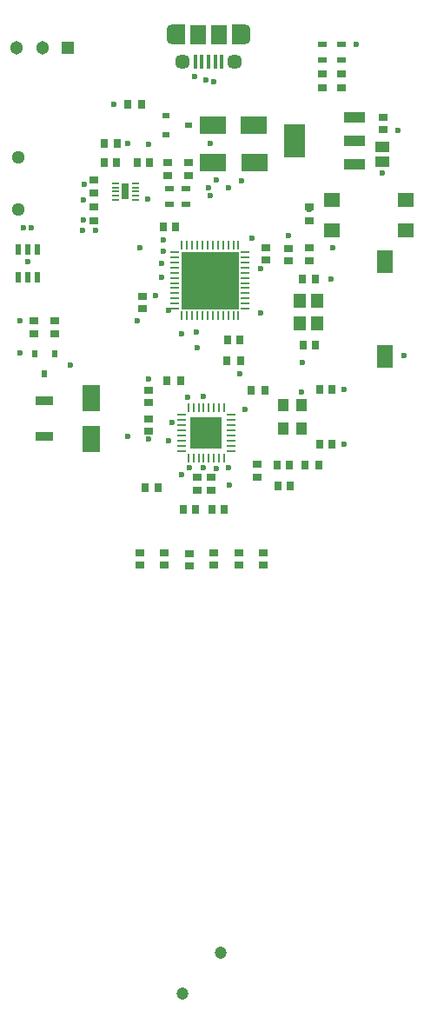
<source format=gts>
G04*
G04 #@! TF.GenerationSoftware,Altium Limited,Altium Designer,23.10.1 (27)*
G04*
G04 Layer_Color=8388736*
%FSLAX25Y25*%
%MOIN*%
G70*
G04*
G04 #@! TF.SameCoordinates,1D9EF59F-A9A3-4DE6-AF9F-94A01C22AB5E*
G04*
G04*
G04 #@! TF.FilePolarity,Negative*
G04*
G01*
G75*
%ADD17C,0.01968*%
%ADD18R,0.03150X0.03740*%
%ADD19R,0.03347X0.00984*%
%ADD20R,0.00984X0.03347*%
%ADD21R,0.22047X0.22047*%
%ADD23R,0.05906X0.07480*%
%ADD24R,0.01575X0.05315*%
%ADD25R,0.12205X0.12205*%
%ADD26R,0.09843X0.06693*%
%ADD27R,0.02200X0.03850*%
%ADD28R,0.03740X0.03150*%
%ADD29R,0.03543X0.02953*%
%ADD30R,0.06693X0.09843*%
%ADD31R,0.02717X0.05906*%
%ADD32R,0.03150X0.00787*%
%ADD33R,0.02953X0.03543*%
%ADD34R,0.03543X0.02362*%
%ADD35R,0.02953X0.02362*%
%ADD36R,0.02200X0.02900*%
%ADD37R,0.07087X0.03543*%
%ADD38R,0.04724X0.05512*%
%ADD39R,0.04134X0.05118*%
%ADD40R,0.03307X0.02520*%
%ADD41R,0.06299X0.08661*%
%ADD42R,0.06299X0.08583*%
%ADD43R,0.06299X0.05512*%
%ADD44R,0.05315X0.04331*%
%ADD45R,0.08465X0.12795*%
%ADD46R,0.08465X0.03937*%
%ADD47C,0.05128*%
%ADD48R,0.05128X0.05128*%
%ADD49C,0.05100*%
%ADD50C,0.05709*%
%ADD51C,0.02362*%
%ADD52C,0.01968*%
%ADD53C,0.04724*%
G36*
X312693Y482016D02*
X310724D01*
X310724Y485559D01*
X312693D01*
Y482016D01*
D02*
G37*
G36*
X317811Y480047D02*
X312693D01*
Y487528D01*
X317811D01*
Y480047D01*
D02*
G37*
G36*
X341039D02*
X335921D01*
Y487528D01*
X341039D01*
Y480047D01*
D02*
G37*
G36*
X343008Y482016D02*
X341039D01*
Y485559D01*
X343008D01*
X343008Y482016D01*
D02*
G37*
D17*
X313677Y482016D02*
G03*
X313677Y482016I-984J0D01*
G01*
Y485559D02*
G03*
X313677Y485559I-984J0D01*
G01*
X342024Y482016D02*
G03*
X342024Y482016I-984J0D01*
G01*
Y485559D02*
G03*
X342024Y485559I-984J0D01*
G01*
D18*
X316059Y351000D02*
D03*
X310941D02*
D03*
X343369Y347337D02*
D03*
X348487D02*
D03*
X301059Y457000D02*
D03*
X295941D02*
D03*
X339059Y358500D02*
D03*
X333941D02*
D03*
X286720Y442075D02*
D03*
X291839D02*
D03*
X369059Y318500D02*
D03*
X363941D02*
D03*
X307500Y310000D02*
D03*
X302382D02*
D03*
D19*
X341000Y378594D02*
D03*
Y380563D02*
D03*
Y382531D02*
D03*
Y384500D02*
D03*
Y386469D02*
D03*
Y388437D02*
D03*
Y390406D02*
D03*
Y392374D02*
D03*
Y394342D02*
D03*
Y396311D02*
D03*
Y398280D02*
D03*
Y400248D02*
D03*
X314032D02*
D03*
Y398280D02*
D03*
Y396311D02*
D03*
Y394342D02*
D03*
Y392374D02*
D03*
Y390406D02*
D03*
Y388437D02*
D03*
Y386469D02*
D03*
Y384500D02*
D03*
Y382531D02*
D03*
Y380563D02*
D03*
Y378594D02*
D03*
X316453Y337890D02*
D03*
Y335921D02*
D03*
Y333953D02*
D03*
Y331984D02*
D03*
Y330016D02*
D03*
Y328047D02*
D03*
Y326079D02*
D03*
Y324110D02*
D03*
X335547D02*
D03*
Y326079D02*
D03*
Y328047D02*
D03*
Y330016D02*
D03*
Y331984D02*
D03*
Y333953D02*
D03*
Y335921D02*
D03*
Y337890D02*
D03*
D20*
X338342Y402906D02*
D03*
X336374D02*
D03*
X334405D02*
D03*
X332437D02*
D03*
X330469D02*
D03*
X328500D02*
D03*
X326532D02*
D03*
X324563D02*
D03*
X322594D02*
D03*
X320626D02*
D03*
X318657D02*
D03*
X316689D02*
D03*
Y375937D02*
D03*
X318657D02*
D03*
X320626D02*
D03*
X322594D02*
D03*
X324563D02*
D03*
X326532D02*
D03*
X328500D02*
D03*
X330469D02*
D03*
X332437D02*
D03*
X334405D02*
D03*
X336374D02*
D03*
X338342D02*
D03*
X319110Y321453D02*
D03*
X321079D02*
D03*
X323047D02*
D03*
X325016D02*
D03*
X326984D02*
D03*
X328953D02*
D03*
X330921D02*
D03*
X332890D02*
D03*
Y340547D02*
D03*
X330921D02*
D03*
X328953D02*
D03*
X326984D02*
D03*
X325016D02*
D03*
X323047D02*
D03*
X321079D02*
D03*
X319110D02*
D03*
D21*
X327516Y389421D02*
D03*
D23*
X322929Y483787D02*
D03*
X330803D02*
D03*
D24*
X321748Y473158D02*
D03*
X324307D02*
D03*
X326866D02*
D03*
X329425D02*
D03*
X331984D02*
D03*
D25*
X326000Y331000D02*
D03*
D26*
X328500Y449000D02*
D03*
X344248D02*
D03*
X328626Y434500D02*
D03*
X344374D02*
D03*
D27*
X261240Y401375D02*
D03*
X257500D02*
D03*
X253760D02*
D03*
Y390625D02*
D03*
X257500D02*
D03*
X261240D02*
D03*
D28*
X365500Y396941D02*
D03*
Y402059D02*
D03*
X283000Y417559D02*
D03*
Y412441D02*
D03*
X268000Y374000D02*
D03*
Y368882D02*
D03*
X260000Y368941D02*
D03*
Y374059D02*
D03*
X283000Y423000D02*
D03*
Y428118D02*
D03*
X319280Y434575D02*
D03*
Y429457D02*
D03*
X311280Y434634D02*
D03*
Y429516D02*
D03*
X365500Y417559D02*
D03*
Y412441D02*
D03*
X370500Y463441D02*
D03*
Y468559D02*
D03*
X378000Y463382D02*
D03*
Y468500D02*
D03*
X345500Y319059D02*
D03*
Y313941D02*
D03*
D29*
X357500Y397000D02*
D03*
Y401724D02*
D03*
X349000Y397138D02*
D03*
Y401862D02*
D03*
X304000Y347362D02*
D03*
Y342638D02*
D03*
X301500Y378638D02*
D03*
Y383362D02*
D03*
X394000Y451862D02*
D03*
Y447138D02*
D03*
X348000Y280138D02*
D03*
Y284862D02*
D03*
X329000D02*
D03*
Y280138D02*
D03*
X338500D02*
D03*
Y284862D02*
D03*
X304000Y331638D02*
D03*
Y336362D02*
D03*
X300500Y284862D02*
D03*
Y280138D02*
D03*
X310000Y284862D02*
D03*
Y280138D02*
D03*
X319500Y284724D02*
D03*
Y280000D02*
D03*
D30*
X282000Y344248D02*
D03*
Y328500D02*
D03*
D31*
X295000Y423500D02*
D03*
D32*
X291280Y426650D02*
D03*
Y425075D02*
D03*
Y423500D02*
D03*
Y421925D02*
D03*
Y420350D02*
D03*
X298721Y426650D02*
D03*
Y425075D02*
D03*
Y423500D02*
D03*
Y421925D02*
D03*
Y420350D02*
D03*
D33*
X286917Y434575D02*
D03*
X291642D02*
D03*
X367862Y364500D02*
D03*
X363138D02*
D03*
X363000Y390000D02*
D03*
X367724D02*
D03*
X304142Y434575D02*
D03*
X299417D02*
D03*
X314362Y410000D02*
D03*
X309638D02*
D03*
X334138Y366500D02*
D03*
X338862D02*
D03*
X369638Y326500D02*
D03*
X374362D02*
D03*
X328138Y301500D02*
D03*
X332862D02*
D03*
X353138Y318500D02*
D03*
X357862D02*
D03*
X358362Y310500D02*
D03*
X353638D02*
D03*
X369638Y347500D02*
D03*
X374362D02*
D03*
X317138Y301500D02*
D03*
X321862D02*
D03*
D34*
X311779Y424528D02*
D03*
Y418622D02*
D03*
X318280Y424480D02*
D03*
Y418575D02*
D03*
X378000Y474047D02*
D03*
Y479953D02*
D03*
X370500Y474094D02*
D03*
Y480000D02*
D03*
D35*
X310669Y452740D02*
D03*
Y445260D02*
D03*
X319331Y449000D02*
D03*
D36*
X267750Y361400D02*
D03*
X260250D02*
D03*
X264000Y353600D02*
D03*
D37*
Y343390D02*
D03*
Y329610D02*
D03*
D38*
X368693Y372839D02*
D03*
Y381500D02*
D03*
X362000D02*
D03*
Y372839D02*
D03*
D39*
X362390Y332500D02*
D03*
Y341555D02*
D03*
X355500D02*
D03*
Y332500D02*
D03*
D40*
X322500Y314098D02*
D03*
Y308902D02*
D03*
X328000Y314098D02*
D03*
Y308902D02*
D03*
D41*
X394500Y396590D02*
D03*
D42*
Y360409D02*
D03*
D43*
X402673Y420405D02*
D03*
X374327D02*
D03*
X402673Y408595D02*
D03*
X374327D02*
D03*
D44*
X393500Y435000D02*
D03*
Y440512D02*
D03*
D45*
X359984Y443000D02*
D03*
D46*
X383016Y452055D02*
D03*
Y443000D02*
D03*
Y433945D02*
D03*
D47*
X253315Y478500D02*
D03*
X263158D02*
D03*
D48*
X273000D02*
D03*
D49*
X254000Y416500D02*
D03*
Y436500D02*
D03*
D50*
X336709Y473158D02*
D03*
X317024D02*
D03*
D51*
X255850Y409500D02*
D03*
X257500Y396500D02*
D03*
X254500Y361500D02*
D03*
Y374000D02*
D03*
X306500Y383500D02*
D03*
X316388Y369032D02*
D03*
X322500Y363500D02*
D03*
X322094Y369500D02*
D03*
X311500Y378000D02*
D03*
X402000Y360500D02*
D03*
X362500Y346500D02*
D03*
X363000Y358000D02*
D03*
X379000Y347500D02*
D03*
X309000Y390500D02*
D03*
Y396000D02*
D03*
X278953Y420441D02*
D03*
X283500Y408500D02*
D03*
X259000Y409500D02*
D03*
X296000Y442000D02*
D03*
X290500Y457000D02*
D03*
X278953Y412470D02*
D03*
X278500Y408500D02*
D03*
X279223Y426213D02*
D03*
X299500Y374000D02*
D03*
X343500Y405760D02*
D03*
X339500Y427500D02*
D03*
X383500Y480000D02*
D03*
X399500Y447000D02*
D03*
X393500Y430500D02*
D03*
X357500Y406500D02*
D03*
X365500Y416500D02*
D03*
X374500Y402000D02*
D03*
X374000Y390000D02*
D03*
X347000Y394000D02*
D03*
Y377000D02*
D03*
X379000Y326500D02*
D03*
X335000Y311000D02*
D03*
X334500Y317500D02*
D03*
X319500D02*
D03*
X316500Y315000D02*
D03*
X304000Y328500D02*
D03*
X274000Y357000D02*
D03*
X304000Y351500D02*
D03*
X313000Y335000D02*
D03*
X296000Y329500D02*
D03*
X325000Y345000D02*
D03*
X319000Y344500D02*
D03*
X339000Y353500D02*
D03*
X341000Y340000D02*
D03*
X311500Y328000D02*
D03*
X327642Y421916D02*
D03*
X309500Y400500D02*
D03*
X303500Y420500D02*
D03*
X304000Y441500D02*
D03*
X300500Y402000D02*
D03*
X327000Y425000D02*
D03*
X329969Y428000D02*
D03*
X309569Y405069D02*
D03*
X329031Y465724D02*
D03*
X324888Y317500D02*
D03*
X325909Y466137D02*
D03*
X321500Y467500D02*
D03*
X329825Y317319D02*
D03*
X334500Y425000D02*
D03*
X327500Y442000D02*
D03*
D52*
X336177Y380760D02*
D03*
X331846D02*
D03*
X327516D02*
D03*
X323185D02*
D03*
X318854D02*
D03*
X336177Y385090D02*
D03*
X331846D02*
D03*
X327516D02*
D03*
X323185D02*
D03*
X318854D02*
D03*
X336177Y389421D02*
D03*
X331846D02*
D03*
X327516D02*
D03*
X323185D02*
D03*
X318854D02*
D03*
X336177Y393752D02*
D03*
X331846D02*
D03*
X327516D02*
D03*
X323185D02*
D03*
X318854D02*
D03*
X336177Y398083D02*
D03*
X331846D02*
D03*
X327516D02*
D03*
X323185D02*
D03*
X318854D02*
D03*
X321669Y335331D02*
D03*
X326000D02*
D03*
X330331D02*
D03*
X321669Y331000D02*
D03*
X326000D02*
D03*
X330331D02*
D03*
X321669Y326669D02*
D03*
X326000D02*
D03*
X330331D02*
D03*
D53*
X317000Y116000D02*
D03*
X331500Y131500D02*
D03*
M02*

</source>
